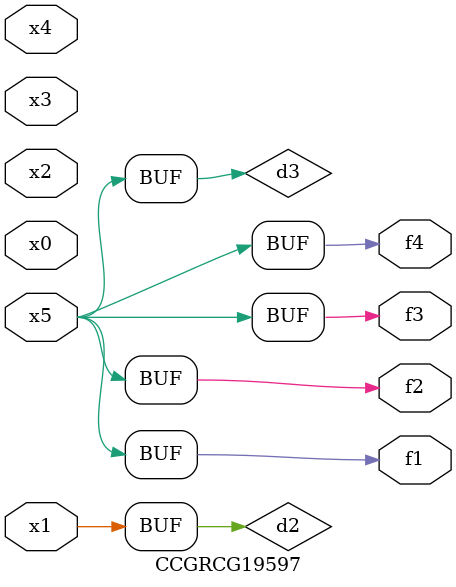
<source format=v>
module CCGRCG19597(
	input x0, x1, x2, x3, x4, x5,
	output f1, f2, f3, f4
);

	wire d1, d2, d3;

	not (d1, x5);
	or (d2, x1);
	xnor (d3, d1);
	assign f1 = d3;
	assign f2 = d3;
	assign f3 = d3;
	assign f4 = d3;
endmodule

</source>
